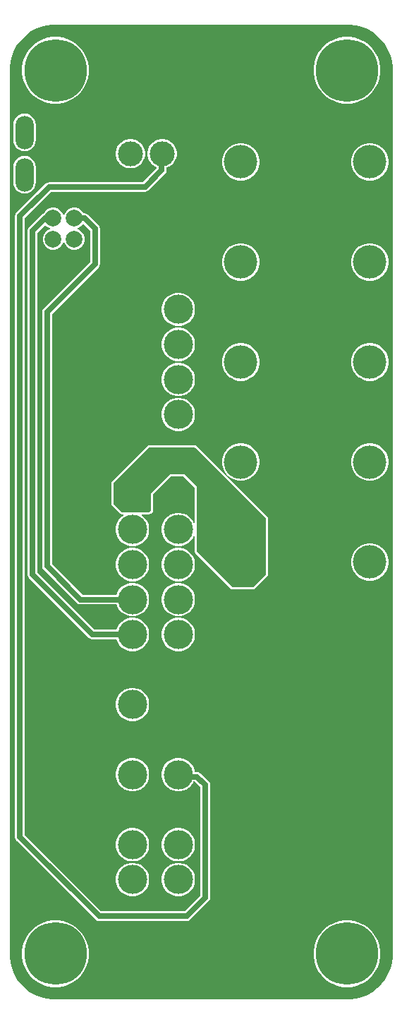
<source format=gbl>
G04*
G04 #@! TF.GenerationSoftware,Altium Limited,Altium Designer,21.2.2 (38)*
G04*
G04 Layer_Physical_Order=2*
G04 Layer_Color=16711680*
%FSLAX25Y25*%
%MOIN*%
G70*
G04*
G04 #@! TF.SameCoordinates,2A2BD39F-598F-431D-80C8-0E329A30C52D*
G04*
G04*
G04 #@! TF.FilePolarity,Positive*
G04*
G01*
G75*
%ADD19C,0.02500*%
%ADD20C,0.13780*%
%ADD21O,0.08661X0.15748*%
%ADD22C,0.11811*%
%ADD23C,0.29528*%
%ADD24C,0.15748*%
%ADD25C,0.07874*%
G36*
X279824Y517346D02*
X282566Y516611D01*
X285188Y515525D01*
X287646Y514106D01*
X289898Y512378D01*
X291905Y510371D01*
X293633Y508119D01*
X295053Y505661D01*
X296139Y503038D01*
X296873Y500296D01*
X297244Y497482D01*
X297244Y496063D01*
X297244Y496063D01*
X297244Y496063D01*
X297244Y78740D01*
X297244Y77321D01*
X296874Y74507D01*
X296139Y71765D01*
X295053Y69142D01*
X293634Y66684D01*
X291906Y64432D01*
X289898Y62425D01*
X287647Y60697D01*
X285188Y59278D01*
X282566Y58192D01*
X279824Y57457D01*
X277010Y57087D01*
X275590Y57087D01*
X137795D01*
X136376Y57087D01*
X133562Y57457D01*
X130820Y58192D01*
X128198Y59278D01*
X125739Y60697D01*
X123487Y62425D01*
X121480Y64432D01*
X119752Y66684D01*
X118333Y69142D01*
X117247Y71765D01*
X116512Y74507D01*
X116142Y77321D01*
X116142Y78740D01*
X116142Y496063D01*
X116142Y497482D01*
X116512Y500296D01*
X117247Y503038D01*
X118333Y505661D01*
X119752Y508119D01*
X121480Y510371D01*
X123487Y512378D01*
X125739Y514106D01*
X128198Y515525D01*
X130820Y516611D01*
X133562Y517346D01*
X136376Y517716D01*
X137795Y517716D01*
X137795Y517717D01*
X275590Y517717D01*
X277010Y517717D01*
X279824Y517346D01*
D02*
G37*
%LPC*%
G36*
X276831Y511827D02*
X274350D01*
X271899Y511439D01*
X269539Y510672D01*
X267329Y509545D01*
X265321Y508087D01*
X263567Y506332D01*
X262108Y504325D01*
X260982Y502114D01*
X260215Y499754D01*
X259827Y497304D01*
Y494822D01*
X260215Y492372D01*
X260982Y490012D01*
X262108Y487801D01*
X263567Y485794D01*
X265321Y484039D01*
X267329Y482581D01*
X269539Y481454D01*
X271899Y480687D01*
X274350Y480299D01*
X276831D01*
X279282Y480687D01*
X281642Y481454D01*
X283853Y482581D01*
X285860Y484039D01*
X287614Y485794D01*
X289073Y487801D01*
X290199Y490012D01*
X290966Y492372D01*
X291354Y494822D01*
Y497304D01*
X290966Y499754D01*
X290199Y502114D01*
X289073Y504325D01*
X287614Y506332D01*
X285860Y508087D01*
X283853Y509545D01*
X281642Y510672D01*
X279282Y511439D01*
X276831Y511827D01*
D02*
G37*
G36*
X139036D02*
X136555D01*
X134104Y511439D01*
X131744Y510672D01*
X129533Y509545D01*
X127526Y508087D01*
X125771Y506332D01*
X124313Y504325D01*
X123186Y502114D01*
X122420Y499754D01*
X122031Y497304D01*
Y494822D01*
X122420Y492372D01*
X123186Y490012D01*
X124313Y487801D01*
X125771Y485794D01*
X127526Y484039D01*
X129533Y482581D01*
X131744Y481454D01*
X134104Y480687D01*
X136555Y480299D01*
X139036D01*
X141487Y480687D01*
X143846Y481454D01*
X146057Y482581D01*
X148065Y484039D01*
X149819Y485794D01*
X151278Y487801D01*
X152404Y490012D01*
X153171Y492372D01*
X153559Y494822D01*
Y497304D01*
X153171Y499754D01*
X152404Y502114D01*
X151278Y504325D01*
X149819Y506332D01*
X148065Y508087D01*
X146057Y509545D01*
X143846Y510672D01*
X141487Y511439D01*
X139036Y511827D01*
D02*
G37*
G36*
X123228Y475613D02*
X121837Y475430D01*
X120540Y474893D01*
X119426Y474038D01*
X118572Y472925D01*
X118035Y471628D01*
X117852Y470236D01*
Y463150D01*
X118035Y461758D01*
X118572Y460461D01*
X119426Y459348D01*
X120540Y458493D01*
X121837Y457956D01*
X123228Y457773D01*
X124620Y457956D01*
X125917Y458493D01*
X127030Y459348D01*
X127885Y460461D01*
X128422Y461758D01*
X128605Y463150D01*
Y470236D01*
X128422Y471628D01*
X127885Y472925D01*
X127030Y474038D01*
X125917Y474893D01*
X124620Y475430D01*
X123228Y475613D01*
D02*
G37*
G36*
X173908Y463598D02*
X172548D01*
X171214Y463333D01*
X169957Y462813D01*
X168826Y462057D01*
X167865Y461095D01*
X167109Y459964D01*
X166588Y458707D01*
X166323Y457373D01*
Y456013D01*
X166588Y454679D01*
X167109Y453422D01*
X167865Y452291D01*
X168826Y451329D01*
X169957Y450573D01*
X171214Y450053D01*
X172548Y449787D01*
X173908D01*
X175243Y450053D01*
X176499Y450573D01*
X177630Y451329D01*
X178592Y452291D01*
X179348Y453422D01*
X179868Y454679D01*
X180134Y456013D01*
Y457373D01*
X179868Y458707D01*
X179348Y459964D01*
X178592Y461095D01*
X177630Y462057D01*
X176499Y462813D01*
X175243Y463333D01*
X173908Y463598D01*
D02*
G37*
G36*
X287291Y461630D02*
X285543D01*
X283829Y461289D01*
X282214Y460620D01*
X280761Y459649D01*
X279524Y458413D01*
X278553Y456959D01*
X277884Y455344D01*
X277543Y453630D01*
Y451882D01*
X277884Y450168D01*
X278553Y448553D01*
X279524Y447099D01*
X280761Y445863D01*
X282214Y444892D01*
X283829Y444223D01*
X285543Y443882D01*
X287291D01*
X289006Y444223D01*
X290621Y444892D01*
X292074Y445863D01*
X293310Y447099D01*
X294281Y448553D01*
X294950Y450168D01*
X295291Y451882D01*
Y453630D01*
X294950Y455344D01*
X294281Y456959D01*
X293310Y458413D01*
X292074Y459649D01*
X290621Y460620D01*
X289006Y461289D01*
X287291Y461630D01*
D02*
G37*
G36*
X226268D02*
X224520D01*
X222805Y461289D01*
X221190Y460620D01*
X219737Y459649D01*
X218501Y458413D01*
X217530Y456959D01*
X216861Y455344D01*
X216520Y453630D01*
Y451882D01*
X216861Y450168D01*
X217530Y448553D01*
X218501Y447099D01*
X219737Y445863D01*
X221190Y444892D01*
X222805Y444223D01*
X224520Y443882D01*
X226268D01*
X227982Y444223D01*
X229597Y444892D01*
X231051Y445863D01*
X232287Y447099D01*
X233258Y448553D01*
X233927Y450168D01*
X234268Y451882D01*
Y453630D01*
X233927Y455344D01*
X233258Y456959D01*
X232287Y458413D01*
X231051Y459649D01*
X229597Y460620D01*
X227982Y461289D01*
X226268Y461630D01*
D02*
G37*
G36*
X123228Y455613D02*
X121837Y455430D01*
X120540Y454893D01*
X119426Y454038D01*
X118572Y452925D01*
X118035Y451628D01*
X117852Y450236D01*
Y443150D01*
X118035Y441758D01*
X118572Y440461D01*
X119426Y439348D01*
X120540Y438493D01*
X121837Y437956D01*
X123228Y437773D01*
X124620Y437956D01*
X125917Y438493D01*
X127030Y439348D01*
X127885Y440461D01*
X128422Y441758D01*
X128605Y443150D01*
Y450236D01*
X128422Y451628D01*
X127885Y452925D01*
X127030Y454038D01*
X125917Y454893D01*
X124620Y455430D01*
X123228Y455613D01*
D02*
G37*
G36*
X147382Y431197D02*
X146082D01*
X144827Y430860D01*
X143701Y430210D01*
X142782Y429291D01*
X142132Y428165D01*
X141991Y427641D01*
X141473D01*
X141333Y428165D01*
X140683Y429291D01*
X139764Y430210D01*
X138638Y430860D01*
X137382Y431197D01*
X136082D01*
X134827Y430860D01*
X133701Y430210D01*
X132782Y429291D01*
X132279Y428420D01*
X132075Y428379D01*
X131331Y427882D01*
X127315Y423866D01*
X125346Y421898D01*
X124849Y421153D01*
X124674Y420276D01*
Y257874D01*
X124849Y256996D01*
X125346Y256252D01*
X153693Y227905D01*
X154437Y227408D01*
X155315Y227234D01*
X166625D01*
X166626Y227226D01*
X167221Y225790D01*
X168084Y224498D01*
X169183Y223399D01*
X170475Y222536D01*
X171911Y221941D01*
X173435Y221638D01*
X174990D01*
X176514Y221941D01*
X177950Y222536D01*
X179242Y223399D01*
X180341Y224498D01*
X181204Y225790D01*
X181799Y227226D01*
X182102Y228750D01*
Y230305D01*
X181799Y231829D01*
X181204Y233265D01*
X180341Y234557D01*
X179242Y235656D01*
X177950Y236519D01*
X176514Y237114D01*
X174990Y237417D01*
X173435D01*
X171911Y237114D01*
X170475Y236519D01*
X169183Y235656D01*
X168084Y234557D01*
X167221Y233265D01*
X166626Y231829D01*
X166625Y231822D01*
X156265D01*
X129263Y258824D01*
Y419325D01*
X130559Y420622D01*
X132974Y423036D01*
X133701Y422309D01*
X134827Y421659D01*
X135352Y421519D01*
Y421001D01*
X134827Y420860D01*
X133701Y420210D01*
X132782Y419291D01*
X132132Y418165D01*
X131795Y416910D01*
Y415610D01*
X132132Y414354D01*
X132782Y413228D01*
X133701Y412309D01*
X134827Y411659D01*
X136082Y411323D01*
X137382D01*
X138638Y411659D01*
X139764Y412309D01*
X140683Y413228D01*
X141333Y414354D01*
X141473Y414879D01*
X141991D01*
X142132Y414354D01*
X142782Y413228D01*
X143701Y412309D01*
X144827Y411659D01*
X146082Y411323D01*
X147382D01*
X148638Y411659D01*
X149764Y412309D01*
X150683Y413228D01*
X151333Y414354D01*
X151669Y415610D01*
Y416910D01*
X151333Y418165D01*
X150683Y419291D01*
X149764Y420210D01*
X148638Y420860D01*
X148113Y421001D01*
Y421519D01*
X148638Y421659D01*
X149764Y422309D01*
X150629Y423175D01*
X150837Y423272D01*
X151193Y423319D01*
X154202Y420310D01*
Y405478D01*
X132236Y383512D01*
X131739Y382768D01*
X131564Y381890D01*
Y261811D01*
X131739Y260933D01*
X132236Y260189D01*
X147984Y244441D01*
X148728Y243944D01*
X149606Y243769D01*
X166625D01*
X166626Y243762D01*
X167221Y242326D01*
X168084Y241034D01*
X169183Y239935D01*
X170475Y239071D01*
X171911Y238476D01*
X173435Y238173D01*
X174990D01*
X176514Y238476D01*
X177950Y239071D01*
X179242Y239935D01*
X180341Y241034D01*
X181204Y242326D01*
X181799Y243762D01*
X182102Y245286D01*
Y246840D01*
X181799Y248364D01*
X181204Y249800D01*
X180341Y251093D01*
X179242Y252191D01*
X177950Y253055D01*
X176514Y253650D01*
X174990Y253953D01*
X173435D01*
X171911Y253650D01*
X170475Y253055D01*
X169183Y252191D01*
X168084Y251093D01*
X167221Y249800D01*
X166626Y248364D01*
X166625Y248357D01*
X150557D01*
X136152Y262761D01*
Y380940D01*
X158118Y402905D01*
X158616Y403650D01*
X158790Y404528D01*
Y421260D01*
X158616Y422138D01*
X158118Y422882D01*
X153118Y427882D01*
X152374Y428379D01*
X151496Y428554D01*
X151109D01*
X150683Y429291D01*
X149764Y430210D01*
X148638Y430860D01*
X147382Y431197D01*
D02*
G37*
G36*
X287291Y414386D02*
X285543D01*
X283829Y414045D01*
X282214Y413376D01*
X280761Y412405D01*
X279524Y411169D01*
X278553Y409715D01*
X277884Y408100D01*
X277543Y406386D01*
Y404638D01*
X277884Y402923D01*
X278553Y401308D01*
X279524Y399855D01*
X280761Y398619D01*
X282214Y397648D01*
X283829Y396979D01*
X285543Y396638D01*
X287291D01*
X289006Y396979D01*
X290621Y397648D01*
X292074Y398619D01*
X293310Y399855D01*
X294281Y401308D01*
X294950Y402923D01*
X295291Y404638D01*
Y406386D01*
X294950Y408100D01*
X294281Y409715D01*
X293310Y411169D01*
X292074Y412405D01*
X290621Y413376D01*
X289006Y414045D01*
X287291Y414386D01*
D02*
G37*
G36*
X226268D02*
X224520D01*
X222805Y414045D01*
X221190Y413376D01*
X219737Y412405D01*
X218501Y411169D01*
X217530Y409715D01*
X216861Y408100D01*
X216520Y406386D01*
Y404638D01*
X216861Y402923D01*
X217530Y401308D01*
X218501Y399855D01*
X219737Y398619D01*
X221190Y397648D01*
X222805Y396979D01*
X224520Y396638D01*
X226268D01*
X227982Y396979D01*
X229597Y397648D01*
X231051Y398619D01*
X232287Y399855D01*
X233258Y401308D01*
X233927Y402923D01*
X234268Y404638D01*
Y406386D01*
X233927Y408100D01*
X233258Y409715D01*
X232287Y411169D01*
X231051Y412405D01*
X229597Y413376D01*
X227982Y414045D01*
X226268Y414386D01*
D02*
G37*
G36*
X196643Y390961D02*
X195089D01*
X193565Y390657D01*
X192129Y390063D01*
X190837Y389199D01*
X189738Y388100D01*
X188874Y386808D01*
X188280Y385372D01*
X187976Y383848D01*
Y382294D01*
X188280Y380769D01*
X188874Y379334D01*
X189738Y378041D01*
X190837Y376942D01*
X192129Y376079D01*
X193565Y375484D01*
X195089Y375181D01*
X196643D01*
X198168Y375484D01*
X199603Y376079D01*
X200896Y376942D01*
X201994Y378041D01*
X202858Y379334D01*
X203453Y380769D01*
X203756Y382294D01*
Y383848D01*
X203453Y385372D01*
X202858Y386808D01*
X201994Y388100D01*
X200896Y389199D01*
X199603Y390063D01*
X198168Y390657D01*
X196643Y390961D01*
D02*
G37*
G36*
Y374425D02*
X195089D01*
X193565Y374122D01*
X192129Y373527D01*
X190837Y372664D01*
X189738Y371565D01*
X188874Y370273D01*
X188280Y368837D01*
X187976Y367313D01*
Y365758D01*
X188280Y364234D01*
X188874Y362798D01*
X189738Y361506D01*
X190837Y360407D01*
X192129Y359544D01*
X193565Y358949D01*
X195089Y358646D01*
X196643D01*
X198168Y358949D01*
X199603Y359544D01*
X200896Y360407D01*
X201994Y361506D01*
X202858Y362798D01*
X203453Y364234D01*
X203756Y365758D01*
Y367313D01*
X203453Y368837D01*
X202858Y370273D01*
X201994Y371565D01*
X200896Y372664D01*
X199603Y373527D01*
X198168Y374122D01*
X196643Y374425D01*
D02*
G37*
G36*
X287291Y367142D02*
X285543D01*
X283829Y366801D01*
X282214Y366132D01*
X280761Y365161D01*
X279524Y363925D01*
X278553Y362471D01*
X277884Y360856D01*
X277543Y359142D01*
Y357394D01*
X277884Y355679D01*
X278553Y354064D01*
X279524Y352611D01*
X280761Y351375D01*
X282214Y350404D01*
X283829Y349735D01*
X285543Y349394D01*
X287291D01*
X289006Y349735D01*
X290621Y350404D01*
X292074Y351375D01*
X293310Y352611D01*
X294281Y354064D01*
X294950Y355679D01*
X295291Y357394D01*
Y359142D01*
X294950Y360856D01*
X294281Y362471D01*
X293310Y363925D01*
X292074Y365161D01*
X290621Y366132D01*
X289006Y366801D01*
X287291Y367142D01*
D02*
G37*
G36*
X226268D02*
X224520D01*
X222805Y366801D01*
X221190Y366132D01*
X219737Y365161D01*
X218501Y363925D01*
X217530Y362471D01*
X216861Y360856D01*
X216520Y359142D01*
Y357394D01*
X216861Y355679D01*
X217530Y354064D01*
X218501Y352611D01*
X219737Y351375D01*
X221190Y350404D01*
X222805Y349735D01*
X224520Y349394D01*
X226268D01*
X227982Y349735D01*
X229597Y350404D01*
X231051Y351375D01*
X232287Y352611D01*
X233258Y354064D01*
X233927Y355679D01*
X234268Y357394D01*
Y359142D01*
X233927Y360856D01*
X233258Y362471D01*
X232287Y363925D01*
X231051Y365161D01*
X229597Y366132D01*
X227982Y366801D01*
X226268Y367142D01*
D02*
G37*
G36*
X196643Y357890D02*
X195089D01*
X193565Y357587D01*
X192129Y356992D01*
X190837Y356128D01*
X189738Y355029D01*
X188874Y353737D01*
X188280Y352301D01*
X187976Y350777D01*
Y349223D01*
X188280Y347699D01*
X188874Y346263D01*
X189738Y344971D01*
X190837Y343872D01*
X192129Y343008D01*
X193565Y342413D01*
X195089Y342110D01*
X196643D01*
X198168Y342413D01*
X199603Y343008D01*
X200896Y343872D01*
X201994Y344971D01*
X202858Y346263D01*
X203453Y347699D01*
X203756Y349223D01*
Y350777D01*
X203453Y352301D01*
X202858Y353737D01*
X201994Y355029D01*
X200896Y356128D01*
X199603Y356992D01*
X198168Y357587D01*
X196643Y357890D01*
D02*
G37*
G36*
Y341354D02*
X195089D01*
X193565Y341051D01*
X192129Y340456D01*
X190837Y339593D01*
X189738Y338494D01*
X188874Y337202D01*
X188280Y335766D01*
X187976Y334242D01*
Y332687D01*
X188280Y331163D01*
X188874Y329727D01*
X189738Y328435D01*
X190837Y327336D01*
X192129Y326473D01*
X193565Y325878D01*
X195089Y325575D01*
X196643D01*
X198168Y325878D01*
X199603Y326473D01*
X200896Y327336D01*
X201994Y328435D01*
X202858Y329727D01*
X203453Y331163D01*
X203756Y332687D01*
Y334242D01*
X203453Y335766D01*
X202858Y337202D01*
X201994Y338494D01*
X200896Y339593D01*
X199603Y340456D01*
X198168Y341051D01*
X196643Y341354D01*
D02*
G37*
G36*
X287291Y319898D02*
X285543D01*
X283829Y319557D01*
X282214Y318888D01*
X280761Y317916D01*
X279524Y316681D01*
X278553Y315227D01*
X277884Y313612D01*
X277543Y311898D01*
Y310150D01*
X277884Y308435D01*
X278553Y306820D01*
X279524Y305367D01*
X280761Y304131D01*
X282214Y303160D01*
X283829Y302491D01*
X285543Y302150D01*
X287291D01*
X289006Y302491D01*
X290621Y303160D01*
X292074Y304131D01*
X293310Y305367D01*
X294281Y306820D01*
X294950Y308435D01*
X295291Y310150D01*
Y311898D01*
X294950Y313612D01*
X294281Y315227D01*
X293310Y316681D01*
X292074Y317916D01*
X290621Y318888D01*
X289006Y319557D01*
X287291Y319898D01*
D02*
G37*
G36*
X226268D02*
X224520D01*
X222805Y319557D01*
X221190Y318888D01*
X219737Y317916D01*
X218501Y316681D01*
X217530Y315227D01*
X216861Y313612D01*
X216520Y311898D01*
Y310150D01*
X216861Y308435D01*
X217530Y306820D01*
X218501Y305367D01*
X219737Y304131D01*
X221190Y303160D01*
X222805Y302491D01*
X224520Y302150D01*
X226268D01*
X227982Y302491D01*
X229597Y303160D01*
X231051Y304131D01*
X232287Y305367D01*
X233258Y306820D01*
X233927Y308435D01*
X234268Y310150D01*
Y311898D01*
X233927Y313612D01*
X233258Y315227D01*
X232287Y316681D01*
X231051Y317916D01*
X229597Y318888D01*
X227982Y319557D01*
X226268Y319898D01*
D02*
G37*
G36*
X203740Y318933D02*
X182087D01*
X181696Y318855D01*
X181366Y318634D01*
X164633Y301902D01*
X164412Y301571D01*
X164335Y301181D01*
Y291339D01*
X164412Y290948D01*
X164633Y290618D01*
X168570Y286681D01*
X168901Y286460D01*
X169291Y286382D01*
X169959D01*
X170111Y285882D01*
X169183Y285262D01*
X168084Y284163D01*
X167221Y282871D01*
X166626Y281435D01*
X166323Y279911D01*
Y278357D01*
X166626Y276833D01*
X167221Y275397D01*
X168084Y274104D01*
X169183Y273006D01*
X170475Y272142D01*
X171911Y271547D01*
X173435Y271244D01*
X174990D01*
X176514Y271547D01*
X177950Y272142D01*
X179242Y273006D01*
X180341Y274104D01*
X181204Y275397D01*
X181799Y276833D01*
X182102Y278357D01*
Y279911D01*
X181799Y281435D01*
X181204Y282871D01*
X180341Y284163D01*
X179242Y285262D01*
X178315Y285882D01*
X178466Y286382D01*
X182087D01*
X182477Y286460D01*
X182808Y286681D01*
X183792Y287665D01*
X184013Y287996D01*
X184090Y288386D01*
Y295837D01*
X192351Y304099D01*
X198397D01*
X203705Y298790D01*
Y282133D01*
X203205Y282034D01*
X202858Y282871D01*
X201994Y284163D01*
X200896Y285262D01*
X199603Y286126D01*
X198168Y286720D01*
X196643Y287024D01*
X195089D01*
X193565Y286720D01*
X192129Y286126D01*
X190837Y285262D01*
X189738Y284163D01*
X188874Y282871D01*
X188280Y281435D01*
X187976Y279911D01*
Y278357D01*
X188280Y276833D01*
X188874Y275397D01*
X189738Y274104D01*
X190837Y273006D01*
X192129Y272142D01*
X193565Y271547D01*
X195089Y271244D01*
X196643D01*
X198168Y271547D01*
X199603Y272142D01*
X200896Y273006D01*
X201994Y274104D01*
X202858Y275397D01*
X203205Y276234D01*
X203705Y276135D01*
Y268701D01*
X203782Y268311D01*
X204003Y267980D01*
X220736Y251248D01*
X221066Y251027D01*
X221457Y250949D01*
X231299D01*
X231689Y251027D01*
X232020Y251248D01*
X237926Y257153D01*
X238147Y257484D01*
X238224Y257874D01*
Y284449D01*
X238147Y284839D01*
X237926Y285170D01*
X204461Y318634D01*
X204130Y318855D01*
X203740Y318933D01*
D02*
G37*
G36*
X287291Y272654D02*
X285543D01*
X283829Y272312D01*
X282214Y271644D01*
X280761Y270672D01*
X279524Y269436D01*
X278553Y267983D01*
X277884Y266368D01*
X277543Y264653D01*
Y262906D01*
X277884Y261191D01*
X278553Y259576D01*
X279524Y258123D01*
X280761Y256887D01*
X282214Y255915D01*
X283829Y255246D01*
X285543Y254906D01*
X287291D01*
X289006Y255246D01*
X290621Y255915D01*
X292074Y256887D01*
X293310Y258123D01*
X294281Y259576D01*
X294950Y261191D01*
X295291Y262906D01*
Y264653D01*
X294950Y266368D01*
X294281Y267983D01*
X293310Y269436D01*
X292074Y270672D01*
X290621Y271644D01*
X289006Y272312D01*
X287291Y272654D01*
D02*
G37*
G36*
X196643Y270488D02*
X195089D01*
X193565Y270185D01*
X192129Y269590D01*
X190837Y268727D01*
X189738Y267628D01*
X188874Y266336D01*
X188280Y264900D01*
X187976Y263375D01*
Y261821D01*
X188280Y260297D01*
X188874Y258861D01*
X189738Y257569D01*
X190837Y256470D01*
X192129Y255607D01*
X193565Y255012D01*
X195089Y254709D01*
X196643D01*
X198168Y255012D01*
X199603Y255607D01*
X200896Y256470D01*
X201994Y257569D01*
X202858Y258861D01*
X203453Y260297D01*
X203756Y261821D01*
Y263375D01*
X203453Y264900D01*
X202858Y266336D01*
X201994Y267628D01*
X200896Y268727D01*
X199603Y269590D01*
X198168Y270185D01*
X196643Y270488D01*
D02*
G37*
G36*
X174990D02*
X173435D01*
X171911Y270185D01*
X170475Y269590D01*
X169183Y268727D01*
X168084Y267628D01*
X167221Y266336D01*
X166626Y264900D01*
X166323Y263375D01*
Y261821D01*
X166626Y260297D01*
X167221Y258861D01*
X168084Y257569D01*
X169183Y256470D01*
X170475Y255607D01*
X171911Y255012D01*
X173435Y254709D01*
X174990D01*
X176514Y255012D01*
X177950Y255607D01*
X179242Y256470D01*
X180341Y257569D01*
X181204Y258861D01*
X181799Y260297D01*
X182102Y261821D01*
Y263375D01*
X181799Y264900D01*
X181204Y266336D01*
X180341Y267628D01*
X179242Y268727D01*
X177950Y269590D01*
X176514Y270185D01*
X174990Y270488D01*
D02*
G37*
G36*
X196643Y253953D02*
X195089D01*
X193565Y253650D01*
X192129Y253055D01*
X190837Y252191D01*
X189738Y251093D01*
X188874Y249800D01*
X188280Y248364D01*
X187976Y246840D01*
Y245286D01*
X188280Y243762D01*
X188874Y242326D01*
X189738Y241034D01*
X190837Y239935D01*
X192129Y239071D01*
X193565Y238476D01*
X195089Y238173D01*
X196643D01*
X198168Y238476D01*
X199603Y239071D01*
X200896Y239935D01*
X201994Y241034D01*
X202858Y242326D01*
X203453Y243762D01*
X203756Y245286D01*
Y246840D01*
X203453Y248364D01*
X202858Y249800D01*
X201994Y251093D01*
X200896Y252191D01*
X199603Y253055D01*
X198168Y253650D01*
X196643Y253953D01*
D02*
G37*
G36*
Y237417D02*
X195089D01*
X193565Y237114D01*
X192129Y236519D01*
X190837Y235656D01*
X189738Y234557D01*
X188874Y233265D01*
X188280Y231829D01*
X187976Y230305D01*
Y228750D01*
X188280Y227226D01*
X188874Y225790D01*
X189738Y224498D01*
X190837Y223399D01*
X192129Y222536D01*
X193565Y221941D01*
X195089Y221638D01*
X196643D01*
X198168Y221941D01*
X199603Y222536D01*
X200896Y223399D01*
X201994Y224498D01*
X202858Y225790D01*
X203453Y227226D01*
X203756Y228750D01*
Y230305D01*
X203453Y231829D01*
X202858Y233265D01*
X201994Y234557D01*
X200896Y235656D01*
X199603Y236519D01*
X198168Y237114D01*
X196643Y237417D01*
D02*
G37*
G36*
X174990Y204346D02*
X173435D01*
X171911Y204043D01*
X170475Y203449D01*
X169183Y202585D01*
X168084Y201486D01*
X167221Y200194D01*
X166626Y198758D01*
X166323Y197234D01*
Y195680D01*
X166626Y194155D01*
X167221Y192719D01*
X168084Y191427D01*
X169183Y190328D01*
X170475Y189465D01*
X171911Y188870D01*
X173435Y188567D01*
X174990D01*
X176514Y188870D01*
X177950Y189465D01*
X179242Y190328D01*
X180341Y191427D01*
X181204Y192719D01*
X181799Y194155D01*
X182102Y195680D01*
Y197234D01*
X181799Y198758D01*
X181204Y200194D01*
X180341Y201486D01*
X179242Y202585D01*
X177950Y203449D01*
X176514Y204043D01*
X174990Y204346D01*
D02*
G37*
G36*
Y171276D02*
X173435D01*
X171911Y170972D01*
X170475Y170378D01*
X169183Y169514D01*
X168084Y168415D01*
X167221Y167123D01*
X166626Y165687D01*
X166323Y164163D01*
Y162609D01*
X166626Y161084D01*
X167221Y159649D01*
X168084Y158356D01*
X169183Y157257D01*
X170475Y156394D01*
X171911Y155799D01*
X173435Y155496D01*
X174990D01*
X176514Y155799D01*
X177950Y156394D01*
X179242Y157257D01*
X180341Y158356D01*
X181204Y159649D01*
X181799Y161084D01*
X182102Y162609D01*
Y164163D01*
X181799Y165687D01*
X181204Y167123D01*
X180341Y168415D01*
X179242Y169514D01*
X177950Y170378D01*
X176514Y170972D01*
X174990Y171276D01*
D02*
G37*
G36*
X196643Y138205D02*
X195089D01*
X193565Y137901D01*
X192129Y137307D01*
X190837Y136443D01*
X189738Y135344D01*
X188874Y134052D01*
X188280Y132616D01*
X187976Y131092D01*
Y129538D01*
X188280Y128014D01*
X188874Y126578D01*
X189738Y125285D01*
X190837Y124187D01*
X192129Y123323D01*
X193565Y122728D01*
X195089Y122425D01*
X196643D01*
X198168Y122728D01*
X199603Y123323D01*
X200896Y124187D01*
X201994Y125285D01*
X202858Y126578D01*
X203453Y128014D01*
X203756Y129538D01*
Y131092D01*
X203453Y132616D01*
X202858Y134052D01*
X201994Y135344D01*
X200896Y136443D01*
X199603Y137307D01*
X198168Y137901D01*
X196643Y138205D01*
D02*
G37*
G36*
X174990D02*
X173435D01*
X171911Y137901D01*
X170475Y137307D01*
X169183Y136443D01*
X168084Y135344D01*
X167221Y134052D01*
X166626Y132616D01*
X166323Y131092D01*
Y129538D01*
X166626Y128014D01*
X167221Y126578D01*
X168084Y125285D01*
X169183Y124187D01*
X170475Y123323D01*
X171911Y122728D01*
X173435Y122425D01*
X174990D01*
X176514Y122728D01*
X177950Y123323D01*
X179242Y124187D01*
X180341Y125285D01*
X181204Y126578D01*
X181799Y128014D01*
X182102Y129538D01*
Y131092D01*
X181799Y132616D01*
X181204Y134052D01*
X180341Y135344D01*
X179242Y136443D01*
X177950Y137307D01*
X176514Y137901D01*
X174990Y138205D01*
D02*
G37*
G36*
X196643Y121669D02*
X195089D01*
X193565Y121366D01*
X192129Y120771D01*
X190837Y119908D01*
X189738Y118809D01*
X188874Y117517D01*
X188280Y116081D01*
X187976Y114557D01*
Y113002D01*
X188280Y111478D01*
X188874Y110042D01*
X189738Y108750D01*
X190837Y107651D01*
X192129Y106788D01*
X193565Y106193D01*
X195089Y105890D01*
X196643D01*
X198168Y106193D01*
X199603Y106788D01*
X200896Y107651D01*
X201994Y108750D01*
X202858Y110042D01*
X203453Y111478D01*
X203756Y113002D01*
Y114557D01*
X203453Y116081D01*
X202858Y117517D01*
X201994Y118809D01*
X200896Y119908D01*
X199603Y120771D01*
X198168Y121366D01*
X196643Y121669D01*
D02*
G37*
G36*
X174990D02*
X173435D01*
X171911Y121366D01*
X170475Y120771D01*
X169183Y119908D01*
X168084Y118809D01*
X167221Y117517D01*
X166626Y116081D01*
X166323Y114557D01*
Y113002D01*
X166626Y111478D01*
X167221Y110042D01*
X168084Y108750D01*
X169183Y107651D01*
X170475Y106788D01*
X171911Y106193D01*
X173435Y105890D01*
X174990D01*
X176514Y106193D01*
X177950Y106788D01*
X179242Y107651D01*
X180341Y108750D01*
X181204Y110042D01*
X181799Y111478D01*
X182102Y113002D01*
Y114557D01*
X181799Y116081D01*
X181204Y117517D01*
X180341Y118809D01*
X179242Y119908D01*
X177950Y120771D01*
X176514Y121366D01*
X174990Y121669D01*
D02*
G37*
G36*
X188909Y463598D02*
X187548D01*
X186214Y463333D01*
X184957Y462813D01*
X183826Y462057D01*
X182864Y461095D01*
X182109Y459964D01*
X181588Y458707D01*
X181323Y457373D01*
Y456013D01*
X181588Y454679D01*
X182109Y453422D01*
X182864Y452291D01*
X183826Y451329D01*
X184957Y450573D01*
X185698Y450267D01*
Y449769D01*
X179168Y443239D01*
X134843D01*
X133965Y443064D01*
X133220Y442567D01*
X119441Y428788D01*
X118944Y428043D01*
X118769Y427165D01*
Y133858D01*
X118944Y132980D01*
X119441Y132236D01*
X156842Y94835D01*
X157587Y94337D01*
X158465Y94163D01*
X199803D01*
X200681Y94337D01*
X201425Y94835D01*
X210284Y103693D01*
X210781Y104437D01*
X210956Y105315D01*
Y158465D01*
X210781Y159343D01*
X210284Y160087D01*
X206347Y164024D01*
X205602Y164521D01*
X204724Y164696D01*
X203650D01*
X203453Y165687D01*
X202858Y167123D01*
X201994Y168415D01*
X200896Y169514D01*
X199603Y170378D01*
X198168Y170972D01*
X196643Y171276D01*
X195089D01*
X193565Y170972D01*
X192129Y170378D01*
X190837Y169514D01*
X189738Y168415D01*
X188874Y167123D01*
X188280Y165687D01*
X187976Y164163D01*
Y162609D01*
X188280Y161084D01*
X188874Y159649D01*
X189738Y158356D01*
X190837Y157257D01*
X192129Y156394D01*
X193565Y155799D01*
X195089Y155496D01*
X196643D01*
X198168Y155799D01*
X199603Y156394D01*
X200896Y157257D01*
X201994Y158356D01*
X202858Y159649D01*
X203048Y160108D01*
X203774D01*
X206367Y157514D01*
Y106265D01*
X198853Y98751D01*
X159415D01*
X123357Y134809D01*
Y426215D01*
X135793Y438651D01*
X180118D01*
X180996Y438825D01*
X181740Y439323D01*
X189614Y447197D01*
X190112Y447941D01*
X190286Y448819D01*
Y450071D01*
X191499Y450573D01*
X192630Y451329D01*
X193592Y452291D01*
X194348Y453422D01*
X194869Y454679D01*
X195134Y456013D01*
Y457373D01*
X194869Y458707D01*
X194348Y459964D01*
X193592Y461095D01*
X192630Y462057D01*
X191499Y462813D01*
X190243Y463333D01*
X188909Y463598D01*
D02*
G37*
G36*
X276831Y94504D02*
X274350D01*
X271899Y94116D01*
X269539Y93349D01*
X267329Y92222D01*
X265321Y90764D01*
X263567Y89010D01*
X262108Y87002D01*
X260982Y84791D01*
X260215Y82432D01*
X259827Y79981D01*
Y77500D01*
X260215Y75049D01*
X260982Y72689D01*
X262108Y70478D01*
X263567Y68471D01*
X265321Y66716D01*
X267329Y65258D01*
X269539Y64131D01*
X271899Y63364D01*
X274350Y62976D01*
X276831D01*
X279282Y63364D01*
X281642Y64131D01*
X283853Y65258D01*
X285860Y66716D01*
X287614Y68471D01*
X289073Y70478D01*
X290199Y72689D01*
X290966Y75049D01*
X291354Y77500D01*
Y79981D01*
X290966Y82432D01*
X290199Y84791D01*
X289073Y87002D01*
X287614Y89010D01*
X285860Y90764D01*
X283853Y92222D01*
X281642Y93349D01*
X279282Y94116D01*
X276831Y94504D01*
D02*
G37*
G36*
X139036D02*
X136555D01*
X134104Y94116D01*
X131744Y93349D01*
X129533Y92222D01*
X127526Y90764D01*
X125771Y89010D01*
X124313Y87002D01*
X123186Y84791D01*
X122420Y82432D01*
X122031Y79981D01*
Y77500D01*
X122420Y75049D01*
X123186Y72689D01*
X124313Y70478D01*
X125771Y68471D01*
X127526Y66716D01*
X129533Y65258D01*
X131744Y64131D01*
X134104Y63364D01*
X136555Y62976D01*
X139036D01*
X141487Y63364D01*
X143846Y64131D01*
X146057Y65258D01*
X148065Y66716D01*
X149819Y68471D01*
X151278Y70478D01*
X152404Y72689D01*
X153171Y75049D01*
X153559Y77500D01*
Y79981D01*
X153171Y82432D01*
X152404Y84791D01*
X151278Y87002D01*
X149819Y89010D01*
X148065Y90764D01*
X146057Y92222D01*
X143846Y93349D01*
X141487Y94116D01*
X139036Y94504D01*
D02*
G37*
%LPD*%
G36*
X237205Y284449D02*
Y257874D01*
X231299Y251969D01*
X221457D01*
X204724Y268701D01*
Y299213D01*
X198819Y305118D01*
X191929D01*
X183071Y296260D01*
Y288386D01*
X182087Y287402D01*
X169291D01*
X165354Y291339D01*
Y301181D01*
X182087Y317913D01*
X203740D01*
X237205Y284449D01*
D02*
G37*
D19*
X196850Y162402D02*
X204724D01*
X195866Y163386D02*
X196850Y162402D01*
X208661Y105315D02*
Y158465D01*
X204724Y162402D02*
X208661Y158465D01*
X199803Y96457D02*
X208661Y105315D01*
X187992Y448819D02*
Y456457D01*
X188228Y456693D01*
X180118Y440945D02*
X187992Y448819D01*
X134843Y440945D02*
X180118D01*
X121063Y427165D02*
X134843Y440945D01*
X121063Y133858D02*
Y427165D01*
Y133858D02*
X158465Y96457D01*
X126969Y257874D02*
X155315Y229528D01*
X126969Y420276D02*
X128937Y422244D01*
X128937Y422244D02*
X132953Y426260D01*
X126969Y257874D02*
Y420276D01*
X132953Y426260D02*
X136732D01*
X133858Y261811D02*
X149606Y246063D01*
X133858Y261811D02*
Y381890D01*
X156496Y404528D01*
X155315Y229528D02*
X174213D01*
X149606Y246063D02*
X174213D01*
X158465Y96457D02*
X199803D01*
X146732Y426260D02*
X151496D01*
X156496Y404528D02*
Y421260D01*
X151496Y426260D02*
X156496Y421260D01*
D20*
X174213Y113779D02*
D03*
Y130315D02*
D03*
X195866Y113779D02*
D03*
Y130315D02*
D03*
X174213Y295669D02*
D03*
Y279134D02*
D03*
X195866Y295669D02*
D03*
Y279134D02*
D03*
X174213Y146850D02*
D03*
Y163386D02*
D03*
X195866Y146850D02*
D03*
Y163386D02*
D03*
X174213Y262598D02*
D03*
Y246063D02*
D03*
X195866Y262598D02*
D03*
Y246063D02*
D03*
X174213Y229528D02*
D03*
Y179921D02*
D03*
Y196457D02*
D03*
Y212992D02*
D03*
X195866Y179921D02*
D03*
Y229528D02*
D03*
Y212992D02*
D03*
Y196457D02*
D03*
Y350000D02*
D03*
Y366535D02*
D03*
Y383071D02*
D03*
Y333465D02*
D03*
X174213Y366535D02*
D03*
Y350000D02*
D03*
Y333465D02*
D03*
Y383071D02*
D03*
D21*
X123228Y446693D02*
D03*
Y466693D02*
D03*
D22*
X203228Y456693D02*
D03*
X188228D02*
D03*
X173228D02*
D03*
D23*
X137795Y78740D02*
D03*
X275590D02*
D03*
X137795Y496063D02*
D03*
X275590D02*
D03*
D24*
X286417Y452756D02*
D03*
X225394D02*
D03*
X286417Y405512D02*
D03*
X225394D02*
D03*
X286417Y358268D02*
D03*
X225394D02*
D03*
X286417Y311024D02*
D03*
X225394D02*
D03*
Y263779D02*
D03*
X286417D02*
D03*
X225394Y216535D02*
D03*
X286417D02*
D03*
X225394Y169291D02*
D03*
X286417D02*
D03*
X225394Y122047D02*
D03*
X286417D02*
D03*
D25*
X136732Y416260D02*
D03*
X146732D02*
D03*
Y426260D02*
D03*
X136732D02*
D03*
M02*

</source>
